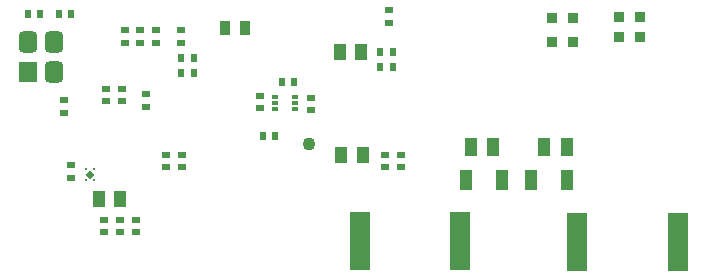
<source format=gbp>
G04*
G04 #@! TF.GenerationSoftware,Altium Limited,Altium Designer,20.2.5 (213)*
G04*
G04 Layer_Color=128*
%FSLAX42Y42*%
%MOMM*%
G71*
G04*
G04 #@! TF.SameCoordinates,0AE3A023-6BB7-4A84-8F3F-E2DF2112AB30*
G04*
G04*
G04 #@! TF.FilePolarity,Positive*
G04*
G01*
G75*
%ADD38R,1.70X5.00*%
%ADD40R,0.70X0.60*%
%ADD41R,0.60X0.70*%
%ADD45R,1.00X1.35*%
%ADD47P,0.82X4X270.0*%
%ADD48C,1.10*%
%ADD110R,0.21X0.24*%
%ADD127R,0.58X0.40*%
%ADD128R,1.12X1.75*%
%ADD129R,1.12X1.50*%
%ADD130R,0.90X0.90*%
%ADD131R,0.95X1.15*%
%ADD132R,1.60X1.80*%
G04:AMPARAMS|DCode=133|XSize=1.8mm|YSize=1.6mm|CornerRadius=0.43mm|HoleSize=0mm|Usage=FLASHONLY|Rotation=90.000|XOffset=0mm|YOffset=0mm|HoleType=Round|Shape=RoundedRectangle|*
%AMROUNDEDRECTD133*
21,1,1.80,0.75,0,0,90.0*
21,1,0.95,1.60,0,0,90.0*
1,1,0.85,0.38,0.48*
1,1,0.85,0.38,-0.48*
1,1,0.85,-0.38,-0.48*
1,1,0.85,-0.38,0.48*
%
%ADD133ROUNDEDRECTD133*%
D38*
X3027Y292D02*
D03*
X3878D02*
D03*
X4867Y288D02*
D03*
X5717D02*
D03*
D40*
X1298Y2080D02*
D03*
Y1975D02*
D03*
X1168Y2080D02*
D03*
Y1975D02*
D03*
X882Y1478D02*
D03*
Y1582D02*
D03*
X1015Y1477D02*
D03*
Y1582D02*
D03*
X1037Y2080D02*
D03*
Y1975D02*
D03*
X1217Y1432D02*
D03*
Y1537D02*
D03*
X1510Y2080D02*
D03*
Y1975D02*
D03*
X585Y830D02*
D03*
Y935D02*
D03*
X863Y368D02*
D03*
Y473D02*
D03*
X1000Y370D02*
D03*
Y475D02*
D03*
X1135Y370D02*
D03*
Y475D02*
D03*
X1390Y1023D02*
D03*
Y918D02*
D03*
X1525Y1025D02*
D03*
Y920D02*
D03*
X3242Y1023D02*
D03*
Y918D02*
D03*
X3378Y1023D02*
D03*
Y918D02*
D03*
X3270Y2250D02*
D03*
Y2145D02*
D03*
X2183Y1525D02*
D03*
Y1420D02*
D03*
X2610Y1510D02*
D03*
Y1405D02*
D03*
X522Y1383D02*
D03*
Y1488D02*
D03*
D41*
X478Y2219D02*
D03*
X583D02*
D03*
X215Y2220D02*
D03*
X320D02*
D03*
X1515Y1715D02*
D03*
X1620D02*
D03*
X1515Y1847D02*
D03*
X1620D02*
D03*
X2473Y1642D02*
D03*
X2368D02*
D03*
X2207Y1188D02*
D03*
X2312D02*
D03*
X3202Y1898D02*
D03*
X3307D02*
D03*
X3202Y1768D02*
D03*
X3307D02*
D03*
D45*
X2870Y1020D02*
D03*
X3050D02*
D03*
X998Y647D02*
D03*
X818D02*
D03*
X2858Y1898D02*
D03*
X3038D02*
D03*
D47*
X743Y857D02*
D03*
D48*
X2598Y1115D02*
D03*
D110*
X775Y810D02*
D03*
X710D02*
D03*
Y905D02*
D03*
X775Y905D02*
D03*
D127*
X2480Y1512D02*
D03*
Y1462D02*
D03*
Y1412D02*
D03*
X2312D02*
D03*
Y1462D02*
D03*
Y1512D02*
D03*
D128*
X4780Y815D02*
D03*
X4475D02*
D03*
X4228D02*
D03*
X3923D02*
D03*
D129*
X4587Y1088D02*
D03*
X4778D02*
D03*
X3967Y1090D02*
D03*
X4158D02*
D03*
D130*
X5398Y2190D02*
D03*
X5223D02*
D03*
X5398Y2025D02*
D03*
X5223D02*
D03*
X4828Y2187D02*
D03*
X4653D02*
D03*
X4828Y1977D02*
D03*
X4653D02*
D03*
D131*
X1885Y2100D02*
D03*
X2055D02*
D03*
D132*
X220Y1725D02*
D03*
D133*
Y1979D02*
D03*
X440D02*
D03*
Y1725D02*
D03*
M02*

</source>
